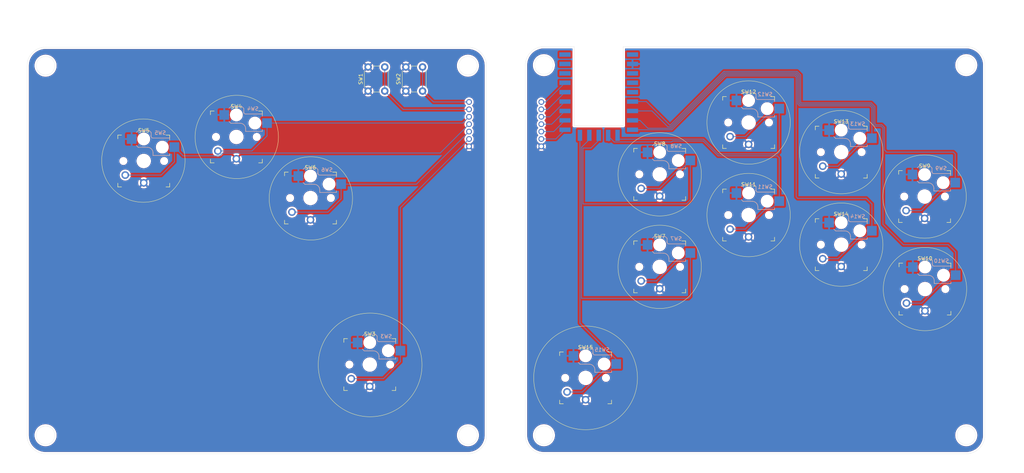
<source format=kicad_pcb>
(kicad_pcb (version 20240108) (generator "pcbnew") (generator_version "8.0")
  (title_block (title "Splatbox - Split leverless Fightstick") (company "F&J LLC.") (comment 1 "By: Jeremiah Bushau") (comment 2 "This is a prototype and learning exercise."))
  (layers (0 "F.Cu" signal) (31 "B.Cu" signal) (34 "B.Paste" user) (35 "F.Paste" user) (36 "B.SilkS" user "B.Silkscreen") (37 "F.SilkS" user "F.Silkscreen") (38 "B.Mask" user) (39 "F.Mask" user) (44 "Edge.Cuts" user))
  (net 0 "")
  (net 6 "s1")
  (net 7 "s2")
  (net 8 "up")
  (net 9 "down")
  (net 10 "right")
  (net 11 "left")
  (net 12 "b1")
  (net 13 "b2")
  (net 14 "r2")
  (net 15 "l2")
  (net 16 "b3")
  (net 17 "b4")
  (net 18 "r1")
  (net 19 "l1")
  (net 20 "l3")
  (net 21 "gnd")
  (footprint "CustomLibrary:ribbon connector" (layer "F.Cu") (at 159.8 118.95)
    (property "Reference" "ribbon_connector1" (hide yes))
    (property "Value" "~")
    (pad "0" thru_hole circle (at 0 -15) (size 1.524 1.524) (drill 1) (layers "*.Cu" "*.Mask") (net 7 "s2"))
    (pad "1" thru_hole circle (at 0 -13) (size 1.524 1.524) (drill 1) (layers "*.Cu" "*.Mask") (net 6 "s1"))
    (pad "2" thru_hole circle (at 0 -11) (size 1.524 1.524) (drill 1) (layers "*.Cu" "*.Mask") (net 9 "down"))
    (pad "3" thru_hole circle (at 0 -9) (size 1.524 1.524) (drill 1) (layers "*.Cu" "*.Mask") (net 10 "right"))
    (pad "4" thru_hole circle (at 0 -7) (size 1.524 1.524) (drill 1) (layers "*.Cu" "*.Mask") (net 11 "left"))
    (pad "5" thru_hole circle (at 0 -5) (size 1.524 1.524) (drill 1) (layers "*.Cu" "*.Mask") (net 8 "up"))
    (pad "6" thru_hole circle (at 0 -3) (size 1.524 1.524) (drill 1) (layers "*.Cu" "*.Mask") (net 21 "gnd"))
  )
  (footprint "key switches:Kailh_socket_PG1350_optional" (layer "F.Cu") (at 133 174.9)
    (property "Reference" "SW3" (at 0 -8.255 0) (layer "F.SilkS"))
    (property "Value" "Switch")
    (fp_text user "${REFERENCE}" (at 4.445 -7.62 0) (layer "B.SilkS") (effects (justify mirror)))
    (pad "" np_thru_hole circle (at -5.5 0) (size 1.7018 1.7018) (drill 1.7018) (layers "*.Cu" "*.Mask"))
    (pad "" np_thru_hole circle (at 0 -5.95) (size 3 3) (drill 3) (layers "*.Cu" "*.Mask"))
    (pad "" np_thru_hole circle (at 0 0) (size 3.429 3.429) (drill 3.429) (layers "*.Cu" "*.Mask"))
    (pad "" np_thru_hole circle (at 5 -3.75) (size 3 3) (drill 3) (layers "*.Cu" "*.Mask"))
    (pad "" np_thru_hole circle (at 5.5 0) (size 1.7018 1.7018) (drill 1.7018) (layers "*.Cu" "*.Mask"))
    (pad "1" smd rect (at -3.275 -5.95) (size 2.6 2.6) (layers "B.Cu" "B.Paste" "B.Mask") (net 21 "gnd"))
    (pad "1" thru_hole circle (at 0 5.9) (size 2.032 2.032) (drill 1.27) (layers "*.Cu" "*.Mask") (net 21 "gnd"))
    (pad "2" thru_hole circle (at -5 3.8) (size 2.032 2.032) (drill 1.27) (layers "*.Cu" "*.Mask") (net 8 "up"))
    (pad "2" smd rect (at 8.275 -3.75) (size 2.6 2.6) (layers "B.Cu" "B.Paste" "B.Mask") (net 8 "up"))
  )
  (footprint "key switches:Kailh_socket_PG1350_optional" (layer "F.Cu") (at 72 119.9)
    (property "Reference" "SW5" (at 0 -8.255 0) (layer "F.SilkS"))
    (property "Value" "Switch")
    (fp_text user "${REFERENCE}" (at 4.445 -7.62 0) (layer "B.SilkS") (effects (justify mirror)))
    (pad "" np_thru_hole circle (at -5.5 0) (size 1.7018 1.7018) (drill 1.7018) (layers "*.Cu" "*.Mask"))
    (pad "" np_thru_hole circle (at 0 -5.95) (size 3 3) (drill 3) (layers "*.Cu" "*.Mask"))
    (pad "" np_thru_hole circle (at 0 0) (size 3.429 3.429) (drill 3.429) (layers "*.Cu" "*.Mask"))
    (pad "" np_thru_hole circle (at 5 -3.75) (size 3 3) (drill 3) (layers "*.Cu" "*.Mask"))
    (pad "" np_thru_hole circle (at 5.5 0) (size 1.7018 1.7018) (drill 1.7018) (layers "*.Cu" "*.Mask"))
    (pad "1" smd rect (at -3.275 -5.95) (size 2.6 2.6) (layers "B.Cu" "B.Paste" "B.Mask") (net 21 "gnd"))
    (pad "1" thru_hole circle (at 0 5.9) (size 2.032 2.032) (drill 1.27) (layers "*.Cu" "*.Mask") (net 21 "gnd"))
    (pad "2" thru_hole circle (at -5 3.8) (size 2.032 2.032) (drill 1.27) (layers "*.Cu" "*.Mask") (net 10 "right"))
    (pad "2" smd rect (at 8.275 -3.75) (size 2.6 2.6) (layers "B.Cu" "B.Paste" "B.Mask") (net 10 "right"))
  )
  (footprint "Button_Switch_THT:SW_PUSH_6mm" (layer "F.Cu") (at 142.748 101 90)
    (property "Reference" "SW2" (at 3.25 -2 90) (layer "F.SilkS"))
    (property "Value" "Switch")
    (pad "1" thru_hole circle (at 0 0 180) (size 2 2) (drill 1.1) (layers "*.Cu" "*.Mask") (net 21 "gnd"))
    (pad "1" thru_hole circle (at 6.5 0 180) (size 2 2) (drill 1.1) (layers "*.Cu" "*.Mask") (net 21 "gnd"))
    (pad "2" thru_hole circle (at 0 4.5 180) (size 2 2) (drill 1.1) (layers "*.Cu" "*.Mask") (net 7 "s2"))
    (pad "2" thru_hole circle (at 6.5 4.5 180) (size 2 2) (drill 1.1) (layers "*.Cu" "*.Mask") (net 7 "s2"))
  )
  (footprint "key switches:Kailh_socket_PG1350_optional" (layer "F.Cu") (at 282.85 154.5)
    (property "Reference" "SW10" (at 0 -8.255 0) (layer "F.SilkS"))
    (property "Value" "Switch")
    (fp_text user "${REFERENCE}" (at 4.445 -7.62 0) (layer "B.SilkS") (effects (justify mirror)))
    (pad "" np_thru_hole circle (at -5.5 0) (size 1.7018 1.7018) (drill 1.7018) (layers "*.Cu" "*.Mask"))
    (pad "" np_thru_hole circle (at 0 -5.95) (size 3 3) (drill 3) (layers "*.Cu" "*.Mask"))
    (pad "" np_thru_hole circle (at 0 0) (size 3.429 3.429) (drill 3.429) (layers "*.Cu" "*.Mask"))
    (pad "" np_thru_hole circle (at 5 -3.75) (size 3 3) (drill 3) (layers "*.Cu" "*.Mask"))
    (pad "" np_thru_hole circle (at 5.5 0) (size 1.7018 1.7018) (drill 1.7018) (layers "*.Cu" "*.Mask"))
    (pad "1" smd rect (at -3.275 -5.95) (size 2.6 2.6) (layers "B.Cu" "B.Paste" "B.Mask") (net 21 "gnd"))
    (pad "1" thru_hole circle (at 0 5.9) (size 2.032 2.032) (drill 1.27) (layers "*.Cu" "*.Mask") (net 21 "gnd"))
    (pad "2" thru_hole circle (at -5 3.8) (size 2.032 2.032) (drill 1.27) (layers "*.Cu" "*.Mask") (net 15 "l2"))
    (pad "2" smd rect (at 8.275 -3.75) (size 2.6 2.6) (layers "B.Cu" "B.Paste" "B.Mask") (net 15 "l2"))
  )
  (footprint "key switches:Kailh_socket_PG1350_optional" (layer "F.Cu") (at 97 113.4)
    (property "Reference" "SW4" (at 0 -8.255 0) (layer "F.SilkS"))
    (property "Value" "Switch")
    (fp_text user "${REFERENCE}" (at 4.445 -7.62 0) (layer "B.SilkS") (effects (justify mirror)))
    (pad "" np_thru_hole circle (at -5.5 0) (size 1.7018 1.7018) (drill 1.7018) (layers "*.Cu" "*.Mask"))
    (pad "" np_thru_hole circle (at 0 -5.95) (size 3 3) (drill 3) (layers "*.Cu" "*.Mask"))
    (pad "" np_thru_hole circle (at 0 0) (size 3.429 3.429) (drill 3.429) (layers "*.Cu" "*.Mask"))
    (pad "" np_thru_hole circle (at 5 -3.75) (size 3 3) (drill 3) (layers "*.Cu" "*.Mask"))
    (pad "" np_thru_hole circle (at 5.5 0) (size 1.7018 1.7018) (drill 1.7018) (layers "*.Cu" "*.Mask"))
    (pad "1" smd rect (at -3.275 -5.95) (size 2.6 2.6) (layers "B.Cu" "B.Paste" "B.Mask") (net 21 "gnd"))
    (pad "1" thru_hole circle (at 0 5.9) (size 2.032 2.032) (drill 1.27) (layers "*.Cu" "*.Mask") (net 21 "gnd"))
    (pad "2" thru_hole circle (at -5 3.8) (size 2.032 2.032) (drill 1.27) (layers "*.Cu" "*.Mask") (net 9 "down"))
    (pad "2" smd rect (at 8.275 -3.75) (size 2.6 2.6) (layers "B.Cu" "B.Paste" "B.Mask") (net 9 "down"))
  )
  (footprint "key switches:Kailh_socket_PG1350_optional" (layer "F.Cu") (at 235.25 109.5)
    (property "Reference" "SW12" (at 0 -8.255 0) (layer "F.SilkS"))
    (property "Value" "Switch")
    (fp_text user "${REFERENCE}" (at 4.445 -7.62 0) (layer "B.SilkS") (effects (justify mirror)))
    (pad "" np_thru_hole circle (at -5.5 0) (size 1.7018 1.7018) (drill 1.7018) (layers "*.Cu" "*.Mask"))
    (pad "" np_thru_hole circle (at 0 -5.95) (size 3 3) (drill 3) (layers "*.Cu" "*.Mask"))
    (pad "" np_thru_hole circle (at 0 0) (size 3.429 3.429) (drill 3.429) (layers "*.Cu" "*.Mask"))
    (pad "" np_thru_hole circle (at 5 -3.75) (size 3 3) (drill 3) (layers "*.Cu" "*.Mask"))
    (pad "" np_thru_hole circle (at 5.5 0) (size 1.7018 1.7018) (drill 1.7018) (layers "*.Cu" "*.Mask"))
    (pad "1" smd rect (at -3.275 -5.95) (size 2.6 2.6) (layers "B.Cu" "B.Paste" "B.Mask") (net 21 "gnd"))
    (pad "1" thru_hole circle (at 0 5.9) (size 2.032 2.032) (drill 1.27) (layers "*.Cu" "*.Mask") (net 21 "gnd"))
    (pad "2" thru_hole circle (at -5 3.8) (size 2.032 2.032) (drill 1.27) (layers "*.Cu" "*.Mask") (net 17 "b4"))
    (pad "2" smd rect (at 8.275 -3.75) (size 2.6 2.6) (layers "B.Cu" "B.Paste" "B.Mask") (net 17 "b4"))
  )
  (footprint "CustomLibrary:ribbon connector" (layer "F.Cu") (at 179.3 118.95)
    (property "Reference" "ribbon_connector3" (hide yes))
    (property "Value" "~")
    (pad "0" thru_hole circle (at 0 -15) (size 1.524 1.524) (drill 1) (layers "*.Cu" "*.Mask") (net 7 "s2"))
    (pad "1" thru_hole circle (at 0 -13) (size 1.524 1.524) (drill 1) (layers "*.Cu" "*.Mask") (net 6 "s1"))
    (pad "2" thru_hole circle (at 0 -11) (size 1.524 1.524) (drill 1) (layers "*.Cu" "*.Mask") (net 9 "down"))
    (pad "3" thru_hole circle (at 0 -9) (size 1.524 1.524) (drill 1) (layers "*.Cu" "*.Mask") (net 10 "right"))
    (pad "4" thru_hole circle (at 0 -7) (size 1.524 1.524) (drill 1) (layers "*.Cu" "*.Mask") (net 11 "left"))
    (pad "5" thru_hole circle (at 0 -5) (size 1.524 1.524) (drill 1) (layers "*.Cu" "*.Mask") (net 8 "up"))
    (pad "6" thru_hole circle (at 0 -3) (size 1.524 1.524) (drill 1) (layers "*.Cu" "*.Mask") (net 21 "gnd"))
  )
  (footprint "key switches:Kailh_socket_PG1350_optional" (layer "F.Cu") (at 260.25 117.5)
    (property "Reference" "SW13" (at 0 -8.255 0) (layer "F.SilkS"))
    (property "Value" "Switch")
    (fp_text user "${REFERENCE}" (at 4.445 -7.62 0) (layer "B.SilkS") (effects (justify mirror)))
    (pad "" np_thru_hole circle (at -5.5 0) (size 1.7018 1.7018) (drill 1.7018) (layers "*.Cu" "*.Mask"))
    (pad "" np_thru_hole circle (at 0 -5.95) (size 3 3) (drill 3) (layers "*.Cu" "*.Mask"))
    (pad "" np_thru_hole circle (at 0 0) (size 3.429 3.429) (drill 3.429) (layers "*.Cu" "*.Mask"))
    (pad "" np_thru_hole circle (at 5 -3.75) (size 3 3) (drill 3) (layers "*.Cu" "*.Mask"))
    (pad "" np_thru_hole circle (at 5.5 0) (size 1.7018 1.7018) (drill 1.7018) (layers "*.Cu" "*.Mask"))
    (pad "1" smd rect (at -3.275 -5.95) (size 2.6 2.6) (layers "B.Cu" "B.Paste" "B.Mask") (net 21 "gnd"))
    (pad "1" thru_hole circle (at 0 5.9) (size 2.032 2.032) (drill 1.27) (layers "*.Cu" "*.Mask") (net 21 "gnd"))
    (pad "2" thru_hole circle (at -5 3.8) (size 2.032 2.032) (drill 1.27) (layers "*.Cu" "*.Mask") (net 18 "r1"))
    (pad "2" smd rect (at 8.275 -3.75) (size 2.6 2.6) (layers "B.Cu" "B.Paste" "B.Mask") (net 18 "r1"))
  )
  (footprint "key switches:Kailh_socket_PG1350_optional" (layer "F.Cu") (at 235.25 134.5)
    (property "Reference" "SW11" (at 0 -8.255 0) (layer "F.SilkS"))
    (property "Value" "Switch")
    (fp_text user "${REFERENCE}" (at 4.445 -7.62 0) (layer "B.SilkS") (effects (justify mirror)))
    (pad "" np_thru_hole circle (at -5.5 0) (size 1.7018 1.7018) (drill 1.7018) (layers "*.Cu" "*.Mask"))
    (pad "" np_thru_hole circle (at 0 -5.95) (size 3 3) (drill 3) (layers "*.Cu" "*.Mask"))
    (pad "" np_thru_hole circle (at 0 0) (size 3.429 3.429) (drill 3.429) (layers "*.Cu" "*.Mask"))
    (pad "" np_thru_hole circle (at 5 -3.75) (size 3 3) (drill 3) (layers "*.Cu" "*.Mask"))
    (pad "" np_thru_hole circle (at 5.5 0) (size 1.7018 1.7018) (drill 1.7018) (layers "*.Cu" "*.Mask"))
    (pad "1" smd rect (at -3.275 -5.95) (size 2.6 2.6) (layers "B.Cu" "B.Paste" "B.Mask") (net 21 "gnd"))
    (pad "1" thru_hole circle (at 0 5.9) (size 2.032 2.032) (drill 1.27) (layers "*.Cu" "*.Mask") (net 21 "gnd"))
    (pad "2" thru_hole circle (at -5 3.8) (size 2.032 2.032) (drill 1.27) (layers "*.Cu" "*.Mask") (net 16 "b3"))
    (pad "2" smd rect (at 8.275 -3.75) (size 2.6 2.6) (layers "B.Cu" "B.Paste" "B.Mask") (net 16 "b3"))
  )
  (footprint "key switches:Kailh_socket_PG1350_optional" (layer "F.Cu") (at 260.25 142.5)
    (property "Reference" "SW14" (at 0 -8.255 0) (layer "F.SilkS"))
    (property "Value" "Switch")
    (fp_text user "${REFERENCE}" (at 4.445 -7.62 0) (layer "B.SilkS") (effects (justify mirror)))
    (pad "" np_thru_hole circle (at -5.5 0) (size 1.7018 1.7018) (drill 1.7018) (layers "*.Cu" "*.Mask"))
    (pad "" np_thru_hole circle (at 0 -5.95) (size 3 3) (drill 3) (layers "*.Cu" "*.Mask"))
    (pad "" np_thru_hole circle (at 0 0) (size 3.429 3.429) (drill 3.429) (layers "*.Cu" "*.Mask"))
    (pad "" np_thru_hole circle (at 5 -3.75) (size 3 3) (drill 3) (layers "*.Cu" "*.Mask"))
    (pad "" np_thru_hole circle (at 5.5 0) (size 1.7018 1.7018) (drill 1.7018) (layers "*.Cu" "*.Mask"))
    (pad "1" smd rect (at -3.275 -5.95) (size 2.6 2.6) (layers "B.Cu" "B.Paste" "B.Mask") (net 21 "gnd"))
    (pad "1" thru_hole circle (at 0 5.9) (size 2.032 2.032) (drill 1.27) (layers "*.Cu" "*.Mask") (net 21 "gnd"))
    (pad "2" thru_hole circle (at -5 3.8) (size 2.032 2.032) (drill 1.27) (layers "*.Cu" "*.Mask") (net 19 "l1"))
    (pad "2" smd rect (at 8.275 -3.75) (size 2.6 2.6) (layers "B.Cu" "B.Paste" "B.Mask") (net 19 "l1"))
  )
  (footprint "RP2040:RP2040-Zero" (layer "F.Cu") (at 194.8 101.3 -90)
    (property "Reference" "U1")
    (property "Value" "RP2040-Zero")
    (pad "0" smd rect (at -10.16 9.12 270) (size 1.2 3) (layers "B.Cu" "B.Paste" "B.Mask"))
    (pad "1" smd rect (at -7.62 9.12 270) (size 1.2 3) (layers "B.Cu" "B.Paste" "B.Mask"))
    (pad "2" smd rect (at -5.08 9.12 270) (size 1.2 3) (layers "B.Cu" "B.Paste" "B.Mask"))
    (pad "3" smd rect (at -2.54 9.12 270) (size 1.2 3) (layers "B.Cu" "B.Paste" "B.Mask") (net 7 "s2"))
    (pad "3v3" smd rect (at -5.08 -9.12 270) (size 1.2 3) (layers "B.Cu" "B.Paste" "B.Mask"))
    (pad "4" smd rect (at 0 9.12 270) (size 1.2 3) (layers "B.Cu" "B.Paste" "B.Mask") (net 6 "s1"))
    (pad "5" smd rect (at 2.54 9.12 270) (size 1.2 3) (layers "B.Cu" "B.Paste" "B.Mask") (net 9 "down"))
    (pad "5v" smd rect (at -10.16 -9.12 270) (size 1.2 3) (layers "B.Cu" "B.Paste" "B.Mask"))
    (pad "6" smd rect (at 5.08 9.12 270) (size 1.2 3) (layers "B.Cu" "B.Paste" "B.Mask") (net 10 "right"))
    (pad "7" smd rect (at 7.62 9.12 270) (size 1.2 3) (layers "B.Cu" "B.Paste" "B.Mask") (net 11 "left"))
    (pad "8" smd rect (at 10.16 9.12 270) (size 1.2 3) (layers "B.Cu" "B.Paste" "B.Mask") (net 8 "up"))
    (pad "9" smd rect (at 11.66 5.08 180) (size 1.2 3) (layers "B.Cu" "B.Paste" "B.Mask") (net 20 "l3"))
    (pad "10" smd rect (at 11.66 2.54 180) (size 1.2 3) (layers "B.Cu" "B.Paste" "B.Mask") (net 12 "b1"))
    (pad "11" smd rect (at 11.66 0 180) (size 1.2 3) (layers "B.Cu" "B.Paste" "B.Mask") (net 13 "b2"))
    (pad "12" smd rect (at 11.66 -2.54 180) (size 1.2 3) (layers "B.Cu" "B.Paste" "B.Mask") (net 16 "b3"))
    (pad "13" smd rect (at 11.66 -5.08 180) (size 1.2 3) (layers "B.Cu" "B.Paste" "B.Mask") (net 17 "b4"))
    (pad "14" smd rect (at 10.16 -9.12 270) (size 1.2 3) (layers "B.Cu" "B.Paste" "B.Mask") (net 19 "l1"))
    (pad "15" smd rect (at 7.62 -9.12 270) (size 1.2 3) (layers "B.Cu" "B.Paste" "B.Mask") (net 18 "r1"))
    (pad "26" smd rect (at 5.08 -9.12 270) (size 1.2 3) (layers "B.Cu" "B.Paste" "B.Mask") (net 15 "l2"))
    (pad "27" smd rect (at 2.54 -9.12 270) (size 1.2 3) (layers "B.Cu" "B.Paste" "B.Mask") (net 14 "r2"))
    (pad "28" smd rect (at 0 -9.12 270) (size 1.2 3) (layers "B.Cu" "B.Paste" "B.Mask"))
    (pad "29" smd rect (at -2.54 -9.12 270) (size 1.2 3) (layers "B.Cu" "B.Paste" "B.Mask"))
    (pad "GND" smd rect (at -7.62 -9.12 270) (size 1.2 3) (layers "B.Cu" "B.Paste" "B.Mask") (net 21 "gnd"))
  )
  (footprint "key switches:Kailh_socket_PG1350_optional" (layer "F.Cu") (at 211.25 148.5)
    (property "Reference" "SW7" (at 0 -8.255 0) (layer "F.SilkS"))
    (property "Value" "Switch")
    (fp_text user "${REFERENCE}" (at 4.445 -7.62 0) (layer "B.SilkS") (effects (justify mirror)))
    (pad "" np_thru_hole circle (at -5.5 0) (size 1.7018 1.7018) (drill 1.7018) (layers "*.Cu" "*.Mask"))
    (pad "" np_thru_hole circle (at 0 -5.95) (size 3 3) (drill 3) (layers "*.Cu" "*.Mask"))
    (pad "" np_thru_hole circle (at 0 0) (size 3.429 3.429) (drill 3.429) (layers "*.Cu" "*.Mask"))
    (pad "" np_thru_hole circle (at 5 -3.75) (size 3 3) (drill 3) (layers "*.Cu" "*.Mask"))
    (pad "" np_thru_hole circle (at 5.5 0) (size 1.7018 1.7018) (drill 1.7018) (layers "*.Cu" "*.Mask"))
    (pad "1" smd rect (at -3.275 -5.95) (size 2.6 2.6) (layers "B.Cu" "B.Paste" "B.Mask") (net 21 "gnd"))
    (pad "1" thru_hole circle (at 0 5.9) (size 2.032 2.032) (drill 1.27) (layers "*.Cu" "*.Mask") (net 21 "gnd"))
    (pad "2" thru_hole circle (at -5 3.8) (size 2.032 2.032) (drill 1.27) (layers "*.Cu" "*.Mask") (net 12 "b1"))
    (pad "2" smd rect (at 8.275 -3.75) (size 2.6 2.6) (layers "B.Cu" "B.Paste" "B.Mask") (net 12 "b1"))
  )
  (footprint "Button_Switch_THT:SW_PUSH_6mm" (layer "F.Cu") (at 132.55 101 90)
    (property "Reference" "SW1" (at 3.25 -2 90) (layer "F.SilkS"))
    (property "Value" "Switch")
    (pad "1" thru_hole circle (at 0 0 180) (size 2 2) (drill 1.1) (layers "*.Cu" "*.Mask") (net 21 "gnd"))
    (pad "1" thru_hole circle (at 6.5 0 180) (size 2 2) (drill 1.1) (layers "*.Cu" "*.Mask") (net 21 "gnd"))
    (pad "2" thru_hole circle (at 0 4.5 180) (size 2 2) (drill 1.1) (layers "*.Cu" "*.Mask") (net 6 "s1"))
    (pad "2" thru_hole circle (at 6.5 4.5 180) (size 2 2) (drill 1.1) (layers "*.Cu" "*.Mask") (net 6 "s1"))
  )
  (footprint "key switches:Kailh_socket_PG1350_optional" (layer "F.Cu") (at 211.25 123.5)
    (property "Reference" "SW8" (at 0 -8.255 0) (layer "F.SilkS"))
    (property "Value" "Switch")
    (fp_text user "${REFERENCE}" (at 4.445 -7.62 0) (layer "B.SilkS") (effects (justify mirror)))
    (pad "" np_thru_hole circle (at -5.5 0) (size 1.7018 1.7018) (drill 1.7018) (layers "*.Cu" "*.Mask"))
    (pad "" np_thru_hole circle (at 0 -5.95) (size 3 3) (drill 3) (layers "*.Cu" "*.Mask"))
    (pad "" np_thru_hole circle (at 0 0) (size 3.429 3.429) (drill 3.429) (layers "*.Cu" "*.Mask"))
    (pad "" np_thru_hole circle (at 5 -3.75) (size 3 3) (drill 3) (layers "*.Cu" "*.Mask"))
    (pad "" np_thru_hole circle (at 5.5 0) (size 1.7018 1.7018) (drill 1.7018) (layers "*.Cu" "*.Mask"))
    (pad "1" smd rect (at -3.275 -5.95) (size 2.6 2.6) (layers "B.Cu" "B.Paste" "B.Mask") (net 21 "gnd"))
    (pad "1" thru_hole circle (at 0 5.9) (size 2.032 2.032) (drill 1.27) (layers "*.Cu" "*.Mask") (net 21 "gnd"))
    (pad "2" thru_hole circle (at -5 3.8) (size 2.032 2.032) (drill 1.27) (layers "*.Cu" "*.Mask") (net 13 "b2"))
    (pad "2" smd rect (at 8.275 -3.75) (size 2.6 2.6) (layers "B.Cu" "B.Paste" "B.Mask") (net 13 "b2"))
  )
  (footprint "key switches:Kailh_socket_PG1350_optional" (layer "F.Cu") (at 117 129.9)
    (property "Reference" "SW6" (at 0 -8.255 0) (layer "F.SilkS"))
    (property "Value" "Switch")
    (fp_text user "${REFERENCE}" (at 4.445 -7.62 0) (layer "B.SilkS") (effects (justify mirror)))
    (pad "" np_thru_hole circle (at -5.5 0) (size 1.7018 1.7018) (drill 1.7018) (layers "*.Cu" "*.Mask"))
    (pad "" np_thru_hole circle (at 0 -5.95) (size 3 3) (drill 3) (layers "*.Cu" "*.Mask"))
    (pad "" np_thru_hole circle (at 0 0) (size 3.429 3.429) (drill 3.429) (layers "*.Cu" "*.Mask"))
    (pad "" np_thru_hole circle (at 5 -3.75) (size 3 3) (drill 3) (layers "*.Cu" "*.Mask"))
    (pad "" np_thru_hole circle (at 5.5 0) (size 1.7018 1.7018) (drill 1.7018) (layers "*.Cu" "*.Mask"))
    (pad "1" smd rect (at -3.275 -5.95) (size 2.6 2.6) (layers "B.Cu" "B.Paste" "B.Mask") (net 21 "gnd"))
    (pad "1" thru_hole circle (at 0 5.9) (size 2.032 2.032) (drill 1.27) (layers "*.Cu" "*.Mask") (net 21 "gnd"))
    (pad "2" thru_hole circle (at -5 3.8) (size 2.032 2.032) (drill 1.27) (layers "*.Cu" "*.Mask") (net 11 "left"))
    (pad "2" smd rect (at 8.275 -3.75) (size 2.6 2.6) (layers "B.Cu" "B.Paste" "B.Mask") (net 11 "left"))
  )
  (footprint "key switches:Kailh_socket_PG1350_optional" (layer "F.Cu") (at 282.75 129.5)
    (property "Reference" "SW9" (at 0 -8.255 0) (layer "F.SilkS"))
    (property "Value" "Switch")
    (fp_text user "${REFERENCE}" (at 4.445 -7.62 0) (layer "B.SilkS") (effects (justify mirror)))
    (pad "" np_thru_hole circle (at -5.5 0) (size 1.7018 1.7018) (drill 1.7018) (layers "*.Cu" "*.Mask"))
    (pad "" np_thru_hole circle (at 0 -5.95) (size 3 3) (drill 3) (layers "*.Cu" "*.Mask"))
    (pad "" np_thru_hole circle (at 0 0) (size 3.429 3.429) (drill 3.429) (layers "*.Cu" "*.Mask"))
    (pad "" np_thru_hole circle (at 5 -3.75) (size 3 3) (drill 3) (layers "*.Cu" "*.Mask"))
    (pad "" np_thru_hole circle (at 5.5 0) (size 1.7018 1.7018) (drill 1.7018) (layers "*.Cu" "*.Mask"))
    (pad "1" smd rect (at -3.275 -5.95) (size 2.6 2.6) (layers "B.Cu" "B.Paste" "B.Mask") (net 21 "gnd"))
    (pad "1" thru_hole circle (at 0 5.9) (size 2.032 2.032) (drill 1.27) (layers "*.Cu" "*.Mask") (net 21 "gnd"))
    (pad "2" thru_hole circle (at -5 3.8) (size 2.032 2.032) (drill 1.27) (layers "*.Cu" "*.Mask") (net 14 "r2"))
    (pad "2" smd rect (at 8.275 -3.75) (size 2.6 2.6) (layers "B.Cu" "B.Paste" "B.Mask") (net 14 "r2"))
  )
  (footprint "key switches:Kailh_socket_PG1350_optional" (layer "F.Cu") (at 191.25 178.5)
    (property "Reference" "SW15" (at 0 -8.255 0) (layer "F.SilkS"))
    (property "Value" "Switch")
    (fp_text user "${REFERENCE}" (at 4.445 -7.62 0) (layer "B.SilkS") (effects (justify mirror)))
    (pad "" np_thru_hole circle (at -5.5 0) (size 1.7018 1.7018) (drill 1.7018) (layers "*.Cu" "*.Mask"))
    (pad "" np_thru_hole circle (at 0 -5.95) (size 3 3) (drill 3) (layers "*.Cu" "*.Mask"))
    (pad "" np_thru_hole circle (at 0 0) (size 3.429 3.429) (drill 3.429) (layers "*.Cu" "*.Mask"))
    (pad "" np_thru_hole circle (at 5 -3.75) (size 3 3) (drill 3) (layers "*.Cu" "*.Mask"))
    (pad "" np_thru_hole circle (at 5.5 0) (size 1.7018 1.7018) (drill 1.7018) (layers "*.Cu" "*.Mask"))
    (pad "1" smd rect (at -3.275 -5.95) (size 2.6 2.6) (layers "B.Cu" "B.Paste" "B.Mask") (net 21 "gnd"))
    (pad "1" thru_hole circle (at 0 5.9) (size 2.032 2.032) (drill 1.27) (layers "*.Cu" "*.Mask") (net 21 "gnd"))
    (pad "2" thru_hole circle (at -5 3.8) (size 2.032 2.032) (drill 1.27) (layers "*.Cu" "*.Mask") (net 20 "l3"))
    (pad "2" smd rect (at 8.275 -3.75) (size 2.6 2.6) (layers "B.Cu" "B.Paste" "B.Mask") (net 20 "l3"))
  )
  (gr_circle (center 260.25 117.5) (end 271.5 117.5) (stroke (width 0.1)) (fill none) (layer "F.SilkS"))
  (gr_circle (center 133.1 175) (end 147.1 175) (stroke (width 0.1)) (fill none) (layer "F.SilkS"))
  (gr_circle (center 260.25 142.5) (end 271.5 142.5) (stroke (width 0.1)) (fill none) (layer "F.SilkS"))
  (gr_circle (center 117.1 130) (end 128.35 130) (stroke (width 0.1)) (fill none) (layer "F.SilkS"))
  (gr_circle (center 211.25 148.5) (end 222.5 148.5) (stroke (width 0.1)) (fill none) (layer "F.SilkS"))
  (gr_circle (center 211.25 123.5) (end 222.5 123.5) (stroke (width 0.1)) (fill none) (layer "F.SilkS"))
  (gr_circle (center 71.9 119.8) (end 83.15 119.8) (stroke (width 0.1)) (fill none) (layer "F.SilkS"))
  (gr_circle (center 235.25 134.5) (end 246.5 134.5) (stroke (width 0.1)) (fill none) (layer "F.SilkS"))
  (gr_circle (center 282.85 154.5) (end 294.1 154.5) (stroke (width 0.1)) (fill none) (layer "F.SilkS"))
  (gr_circle (center 235.25 109.5) (end 246.5 109.5) (stroke (width 0.1)) (fill none) (layer "F.SilkS"))
  (gr_circle (center 97.1 113.4) (end 108.35 113.4) (stroke (width 0.1)) (fill none) (layer "F.SilkS"))
  (gr_circle (center 191.25 178.5) (end 205.25 178.5) (stroke (width 0.1)) (fill none) (layer "F.SilkS"))
  (gr_circle (center 282.75 129.5) (end 294 129.5) (stroke (width 0.1)) (fill none) (layer "F.SilkS"))
  (gr_line (start 40.5 94.15) (end 40.5 194) (stroke (width 0.05)) (layer "Edge.Cuts"))
  (gr_circle (center 159.5 194) (end 162 194) (stroke (width 0.05)) (fill none) (layer "Edge.Cuts"))
  (gr_line (start 299 194) (end 299 94) (stroke (width 0.05)) (layer "Edge.Cuts"))
  (gr_line (start 175 94) (end 175 194) (stroke (width 0.05)) (layer "Edge.Cuts"))
  (gr_line (start 201.4 89) (end 294 89) (stroke (width 0.05)) (layer "Edge.Cuts"))
  (gr_circle (center 180 194) (end 182.5 194) (stroke (width 0.05)) (fill none) (layer "Edge.Cuts"))
  (gr_arc (start 180 199) (mid 176.464466 197.535534) (end 175 194) (stroke (width 0.05)) (layer "Edge.Cuts"))
  (gr_line (start 180 199) (end 294 199) (stroke (width 0.05)) (layer "Edge.Cuts"))
  (gr_circle (center 45.5 94.15) (end 48 94.15) (stroke (width 0.05)) (fill none) (layer "Edge.Cuts"))
  (gr_circle (center 294 94) (end 296.5 94) (stroke (width 0.05)) (fill none) (layer "Edge.Cuts"))
  (gr_arc (start 175 94) (mid 176.464466 90.464466) (end 180 89) (stroke (width 0.05)) (layer "Edge.Cuts"))
  (gr_line (start 45.5 199) (end 159.5 199) (stroke (width 0.05)) (layer "Edge.Cuts"))
  (gr_line (start 201.4 110.35) (end 201.4 89) (stroke (width 0.05)) (layer "Edge.Cuts"))
  (gr_line (start 188.2 110.35) (end 201.4 110.35) (stroke (width 0.05)) (layer "Edge.Cuts"))
  (gr_arc (start 45.5 199) (mid 41.964466 197.535534) (end 40.5 194) (stroke (width 0.05)) (layer "Edge.Cuts"))
  (gr_line (start 188.2 89) (end 188.2 110.35) (stroke (width 0.05)) (layer "Edge.Cuts"))
  (gr_arc (start 294 89) (mid 297.535534 90.464466) (end 299 94) (stroke (width 0.05)) (layer "Edge.Cuts"))
  (gr_line (start 159.5 89.15) (end 45.5 89.15) (stroke (width 0.05)) (layer "Edge.Cuts"))
  (gr_arc (start 299 194) (mid 297.535534 197.535534) (end 294 199) (stroke (width 0.05)) (layer "Edge.Cuts"))
  (gr_circle (center 294 194) (end 296.5 194) (stroke (width 0.05)) (fill none) (layer "Edge.Cuts"))
  (gr_line (start 188.2 89) (end 180 89) (stroke (width 0.05)) (layer "Edge.Cuts"))
  (gr_arc (start 164.5 194) (mid 163.035534 197.535534) (end 159.5 199) (stroke (width 0.05)) (layer "Edge.Cuts"))
  (gr_circle (center 180 94) (end 182.5 94) (stroke (width 0.05)) (fill none) (layer "Edge.Cuts"))
  (gr_arc (start 159.5 89.15) (mid 163.035534 90.614466) (end 164.5 94.15) (stroke (width 0.05)) (layer "Edge.Cuts"))
  (gr_circle (center 45.5 194) (end 48 194) (stroke (width 0.05)) (fill none) (layer "Edge.Cuts"))
  (gr_circle (center 159.5 94.15) (end 162 94.15) (stroke (width 0.05)) (fill none) (layer "Edge.Cuts"))
  (gr_line (start 164.5 194) (end 164.5 94.15) (stroke (width 0.05)) (layer "Edge.Cuts"))
  (gr_arc (start 40.5 94.15) (mid 41.964466 90.614466) (end 45.5 89.15) (stroke (width 0.05)) (layer "Edge.Cuts"))
  (segment (start 159.8 105.95) (end 142 105.95) (width 0.2) (layer "B.Cu") (net 6))
  (segment (start 137.05 101) (end 137.05 94.5) (width 0.2) (layer "B.Cu") (net 6))
  (segment (start 181.03 105.95) (end 185.68 101.3) (width 0.2) (layer "B.Cu") (net 6))
  (segment (start 142 105.95) (end 137.05 101) (width 0.2) (layer "B.Cu") (net 6))
  (segment (start 179.3 105.95) (end 181.03 105.95) (width 0.2) (layer "B.Cu") (net 6))
  (segment (start 147.248 101) (end 147.248 94.5) (width 0.2) (layer "B.Cu") (net 7))
  (segment (start 159.8 103.95) (end 150.198 103.95) (width 0.2) (layer "B.Cu") (net 7))
  (segment (start 180.49 103.95) (end 185.68 98.76) (width 0.2) (layer "B.Cu") (net 7))
  (segment (start 179.3 103.95) (end 180.49 103.95) (width 0.2) (layer "B.Cu") (net 7))
  (segment (start 150.198 103.95) (end 147.248 101) (width 0.2) (layer "B.Cu") (net 7))
  (segment (start 179.3 113.95) (end 183.19 113.95) (width 0.2) (layer "B.Cu") (net 8))
  (segment (start 128 178.7) (end 136.7 178.7) (width 0.2) (layer "B.Cu") (net 8))
  (segment (start 136.7 178.7) (end 141.275 174.125) (width 0.2) (layer "B.Cu") (net 8))
  (segment (start 141.275 174.125) (end 141.275 171.15) (width 0.2) (layer "B.Cu") (net 8))
  (segment (start 141.275 171.15) (end 141.275 132.475) (width 0.2) (layer "B.Cu") (net 8))
  (segment (start 141.275 132.475) (end 159.8 113.95) (width 0.2) (layer "B.Cu") (net 8))
  (segment (start 183.19 113.95) (end 185.68 111.46) (width 0.2) (layer "B.Cu") (net 8))
  (segment (start 92 117.2) (end 101.2 117.2) (width 0.2) (layer "B.Cu") (net 9))
  (segment (start 101.2 117.2) (end 105.275 113.125) (width 0.2) (layer "B.Cu") (net 9))
  (segment (start 105.275 109.65) (end 158.1 109.65) (width 0.2) (layer "B.Cu") (net 9))
  (segment (start 181.57 107.95) (end 185.68 103.84) (width 0.2) (layer "B.Cu") (net 9))
  (segment (start 105.275 113.125) (end 105.275 109.65) (width 0.2) (layer "B.Cu") (net 9))
  (segment (start 179.3 107.95) (end 181.57 107.95) (width 0.2) (layer "B.Cu") (net 9))
  (segment (start 158.1 109.65) (end 159.8 107.95) (width 0.2) (layer "B.Cu") (net 9))
  (segment (start 80.275 116.15) (end 82.641 118.516) (width 0.2) (layer "B.Cu") (net 10))
  (segment (start 67 123.7) (end 76.7 123.7) (width 0.2) (layer "B.Cu") (net 10))
  (segment (start 82.641 118.516) (end 92.545106 118.516) (width 0.2) (layer "B.Cu") (net 10))
  (segment (start 152.004894 117.745106) (end 159.8 109.95) (width 0.2) (layer "B.Cu") (net 10))
  (segment (start 182.11 109.95) (end 185.68 106.38) (width 0.2) (layer "B.Cu") (net 10))
  (segment (start 92.545106 118.516) (end 93.316 117.745106) (width 0.2) (layer "B.Cu") (net 10))
  (segment (start 93.316 117.745106) (end 152.004894 117.745106) (width 0.2) (layer "B.Cu") (net 10))
  (segment (start 76.7 123.7) (end 80.275 120.125) (width 0.2) (layer "B.Cu") (net 10))
  (segment (start 179.3 109.95) (end 182.11 109.95) (width 0.2) (layer "B.Cu") (net 10))
  (segment (start 80.275 120.125) (end 80.275 116.15) (width 0.2) (layer "B.Cu") (net 10))
  (segment (start 125.275 126.15) (end 145.6 126.15) (width 0.2) (layer "B.Cu") (net 11))
  (segment (start 112 133.7) (end 121.7 133.7) (width 0.2) (layer "B.Cu") (net 11))
  (segment (start 121.7 133.7) (end 125.275 130.125) (width 0.2) (layer "B.Cu") (net 11))
  (segment (start 182.65 111.95) (end 185.68 108.92) (width 0.2) (layer "B.Cu") (net 11))
  (segment (start 145.6 126.15) (end 159.8 111.95) (width 0.2) (layer "B.Cu") (net 11))
  (segment (start 179.3 111.95) (end 182.65 111.95) (width 0.2) (layer "B.Cu") (net 11))
  (segment (start 125.275 130.125) (end 125.275 126.15) (width 0.2) (layer "B.Cu") (net 11))
  (segment (start 210.369644 152.3) (end 206.25 152.3) (width 0.2) (layer "B.Cu") (net 12))
  (segment (start 190.12 116.234314) (end 192.26 114.094314) (width 0.2) (layer "B.Cu") (net 12))
  (segment (start 217.675 146.6) (end 216.069644 146.6) (width 0.2) (layer "B.Cu") (net 12))
  (segment (start 190.12 157) (end 219 157) (width 0.2) (layer "B.Cu") (net 12))
  (segment (start 192.26 111.96) (end 192.26 114.094314) (width 0.2) (layer "B.Cu") (net 12))
  (segment (start 216.069644 146.6) (end 210.369644 152.3) (width 0.2) (layer "B.Cu") (net 12))
  (segment (start 219.525 156.475) (end 219.525 144.75) (width 0.2) (layer "B.Cu") (net 12))
  (segment (start 219.525 144.75) (end 217.675 146.6) (width 0.2) (layer "B.Cu") (net 12))
  (segment (start 190.12 116.234314) (end 190.12 157) (width 0.2) (layer "B.Cu") (net 12))
  (segment (start 219 157) (end 219.525 156.475) (width 0.2) (layer "B.Cu") (net 12))
  (segment (start 192.7 116.4) (end 194.8 114.3) (width 0.2) (layer "B.Cu") (net 13))
  (segment (start 219.525 119.75) (end 219.525 130.475) (width 0.2) (layer "B.Cu") (net 13))
  (segment (start 190.52 131.5) (end 190.52 116.4) (width 0.2) (layer "B.Cu") (net 13))
  (segment (start 218.5 131.5) (end 190.52 131.5) (width 0.2) (layer "B.Cu") (net 13))
  (segment (start 194.8 114.3) (end 194.8 112.12) (width 0.2) (layer "B.Cu") (net 13))
  (segment (start 216.252571 122.2991) (end 211.251671 127.3) (width 0.2) (layer "B.Cu") (net 13))
  (segment (start 211.251671 127.3) (end 206.25 127.3) (width 0.2) (layer "B.Cu") (net 13))
  (segment (start 190.52 116.4) (end 192.7 116.4) (width 0.2) (layer "B.Cu") (net 13))
  (segment (start 219.525 119.75) (end 216.9759 122.2991) (width 0.2) (layer "B.Cu") (net 13))
  (segment (start 216.9759 122.2991) (end 216.252571 122.2991) (width 0.2) (layer "B.Cu") (net 13))
  (segment (start 219.525 130.475) (end 218.5 131.5) (width 0.2) (layer "B.Cu") (net 13))
  (segment (start 272.5 117.5) (end 290.5 117.5) (width 0.2) (layer "B.Cu") (net 14))
  (segment (start 228.602942 95.700001) (end 228.602944 95.7) (width 0.2) (layer "B.Cu") (net 14))
  (segment (start 228.134314 96.16863) (end 228.368628 95.934315) (width 0.2) (layer "B.Cu") (net 14))
  (segment (start 271.9 110.834314) (end 271.9 116.9) (width 0.2) (layer "B.Cu") (net 14))
  (segment (start 281.869644 133.3) (end 277.75 133.3) (width 0.2) (layer "B.Cu") (net 14))
  (segment (start 214.042944 110.26) (end 207.622944 103.84) (width 0.2) (layer "B.Cu") (net 14))
  (segment (start 228.368628 95.934315) (end 228.602942 95.700001) (width 0.2) (layer "B.Cu") (net 14))
  (segment (start 271.165686 110.1) (end 271.9 110.834314) (width 0.2) (layer "B.Cu") (net 14))
  (segment (start 269.325 105.168628) (end 269.325 109.825) (width 0.2) (layer "B.Cu") (net 14))
  (segment (start 207.622944 103.84) (end 203.92 103.84) (width 0.2) (layer "B.Cu") (net 14))
  (segment (start 287.569644 127.6) (end 281.869644 133.3) (width 0.2) (layer "B.Cu") (net 14))
  (segment (start 289.175 127.6) (end 287.569644 127.6) (width 0.2) (layer "B.Cu") (net 14))
  (segment (start 271.9 116.9) (end 272.5 117.5) (width 0.2) (layer "B.Cu") (net 14))
  (segment (start 269.325 109.825) (end 269.6 110.1) (width 0.2) (layer "B.Cu") (net 14))
  (segment (start 249.3 96.668628) (end 249.3 104.168628) (width 0.2) (layer "B.Cu") (net 14))
  (segment (start 228.602944 95.7) (end 248.331372 95.7) (width 0.2) (layer "B.Cu") (net 14))
  (segment (start 248.331372 95.7) (end 249.3 96.668628) (width 0.2) (layer "B.Cu") (net 14))
  (segment (start 249.3 104.168628) (end 249.331372 104.2) (width 0.2) (layer "B.Cu") (net 14))
  (segment (start 269.6 110.1) (end 271.165686 110.1) (width 0.2) (layer "B.Cu") (net 14))
  (segment (start 291.025 118.025) (end 291.025 125.75) (width 0.2) (layer "B.Cu") (net 14))
  (segment (start 290.5 117.5) (end 291.025 118.025) (width 0.2) (layer "B.Cu") (net 14))
  (segment (start 291.025 125.75) (end 289.175 127.6) (width 0.2) (layer "B.Cu") (net 14))
  (segment (start 268.356372 104.2) (end 269.325 105.168628) (width 0.2) (layer "B.Cu") (net 14))
  (segment (start 249.331372 104.2) (end 268.356372 104.2) (width 0.2) (layer "B.Cu") (net 14))
  (segment (start 214.042944 110.26) (end 228.134314 96.16863) (width 0.2) (layer "B.Cu") (net 14))
  (segment (start 202.92 103.84) (end 203.82 103.84) (width 0.2) (layer "B.Cu") (net 14))
  (segment (start 269.434314 110.5) (end 268.925 109.990686) (width 0.2) (layer "B.Cu") (net 15))
  (segment (start 281.969644 158.3) (end 277.85 158.3) (width 0.2) (layer "B.Cu") (net 15))
  (segment (start 271.5 111) (end 271 110.5) (width 0.2) (layer "B.Cu") (net 15))
  (segment (start 248.165686 96.1) (end 228.768628 96.1) (width 0.2) (layer "B.Cu") (net 15))
  (segment (start 248.9 104.334314) (end 248.9 96.834314) (width 0.2) (layer "B.Cu") (net 15))
  (segment (start 277 142.5) (end 271.5 137) (width 0.2) (layer "B.Cu") (net 15))
  (segment (start 213.44 110.66) (end 209.16 106.38) (width 0.2) (layer "B.Cu") (net 15))
  (segment (start 249.165686 104.6) (end 248.9 104.334314) (width 0.2) (layer "B.Cu") (net 15))
  (segment (start 289.125 142.5) (end 277 142.5) (width 0.2) (layer "B.Cu") (net 15))
  (segment (start 287.669644 152.6) (end 281.969644 158.3) (width 0.2) (layer "B.Cu") (net 15))
  (segment (start 209.16 106.38) (end 203.92 106.38) (width 0.2) (layer "B.Cu") (net 15))
  (segment (start 268.925 109.990686) (end 268.925 105.334314) (width 0.2) (layer "B.Cu") (net 15))
  (segment (start 291.125 144.5) (end 289.125 142.5) (width 0.2) (layer "B.Cu") (net 15))
  (segment (start 228.768628 96.1) (end 228.534314 96.334315) (width 0.2) (layer "B.Cu") (net 15))
  (segment (start 289.275 152.6) (end 287.669644 152.6) (width 0.2) (layer "B.Cu") (net 15))
  (segment (start 271 110.5) (end 269.434314 110.5) (width 0.2) (layer "B.Cu") (net 15))
  (segment (start 268.190686 104.6) (end 249.165686 104.6) (width 0.2) (layer "B.Cu") (net 15))
  (segment (start 214.208629 110.66) (end 213.44 110.66) (width 0.2) (layer "B.Cu") (net 15))
  (segment (start 248.9 96.834314) (end 248.165686 96.1) (width 0.2) (layer "B.Cu") (net 15))
  (segment (start 268.925 105.334314) (end 268.190686 104.6) (width 0.2) (layer "B.Cu") (net 15))
  (segment (start 291.125 150.75) (end 291.125 144.5) (width 0.2) (layer "B.Cu") (net 15))
  (segment (start 228.534314 96.334315) (end 214.208629 110.66) (width 0.2) (layer "B.Cu") (net 15))
  (segment (start 291.125 150.75) (end 289.275 152.6) (width 0.2) (layer "B.Cu") (net 15))
  (segment (start 271.5 137) (end 271.5 111) (width 0.2) (layer "B.Cu") (net 15))
  (segment (start 243.525 130.75) (end 243.525 119.025) (width 0.2) (layer "B.Cu") (net 16))
  (segment (start 197.34 114.34) (end 197.5 114.5) (width 0.2) (layer "B.Cu") (net 16))
  (segment (start 240.069644 132.6) (end 234.369644 138.3) (width 0.2) (layer "B.Cu") (net 16))
  (segment (start 197.34 113.12) (end 197.34 114.34) (width 0.2) (layer "B.Cu") (net 16))
  (segment (start 214.48 114.76) (end 198.98 114.76) (width 0.2) (layer "B.Cu") (net 16))
  (segment (start 223 114.5) (end 214.74 114.5) (width 0.2) (layer "B.Cu") (net 16))
  (segment (start 198.98 114.76) (end 197.34 113.12) (width 0.2) (layer "B.Cu") (net 16))
  (segment (start 243.525 119.025) (end 243 118.5) (width 0.2) (layer "B.Cu") (net 16))
  (segment (start 243.525 130.75) (end 241.675 132.6) (width 0.2) (layer "B.Cu") (net 16))
  (segment (start 243 118.5) (end 227 118.5) (width 0.2) (layer "B.Cu") (net 16))
  (segment (start 234.369644 138.3) (end 230.25 138.3) (width 0.2) (layer "B.Cu") (net 16))
  (segment (start 227 118.5) (end 223 114.5) (width 0.2) (layer "B.Cu") (net 16))
  (segment (start 241.675 132.6) (end 240.069644 132.6) (width 0.2) (layer "B.Cu") (net 16))
  (segment (start 214.74 114.5) (end 214.48 114.76) (width 0.2) (layer "B.Cu") (net 16))
  (segment (start 243.525 117.475) (end 243 118) (width 0.2) (layer "B.Cu") (net 17))
  (segment (start 243.525 105.75) (end 241.675 107.6) (width 0.2) (layer "B.Cu") (net 17))
  (segment (start 200 114) (end 199.88 113.88) (width 0.2) (layer "B.Cu") (net 17))
  (segment (start 243.525 105.75) (end 243.525 117.475) (width 0.2) (layer "B.Cu") (net 17))
  (segment (start 227.065686 118) (end 223.065686 114) (width 0.2) (layer "B.Cu") (net 17))
  (segment (start 223.065686 114) (end 200 114) (width 0.2) (layer "B.Cu") (net 17))
  (segment (start 199.88 113.88) (end 199.88 111.96) (width 0.2) (layer "B.Cu") (net 17))
  (segment (start 234.369644 113.3) (end 230.25 113.3) (width 0.2) (layer "B.Cu") (net 17))
  (segment (start 240.069644 107.6) (end 234.369644 113.3) (width 0.2) (layer "B.Cu") (net 17))
  (segment (start 241.675 107.6) (end 240.069644 107.6) (width 0.2) (layer "B.Cu") (net 17))
  (segment (start 243 118) (end 227.065686 118) (width 0.2) (layer "B.Cu") (net 17))
  (segment (start 268.525 105.5) (end 268.025 105) (width 0.2) (layer "B.Cu") (net 18))
  (segment (start 268.525 113.75) (end 268.525 105.5) (width 0.2) (layer "B.Cu") (net 18))
  (segment (start 208.06 111.06) (end 205.92 108.92) (width 0.2) (layer "B.Cu") (net 18))
  (segment (start 202.92 108.92) (end 203.86 108.92) (width 0.2) (layer "B.Cu") (net 18))
  (segment (start 268.525 113.75) (end 266.675 115.6) (width 0.2) (layer "B.Cu") (net 18))
  (segment (start 249 105) (end 248.5 104.5) (width 0.2) (layer "B.Cu") (net 18))
  (segment (start 248.5 104.5) (end 248.5 97) (width 0.2) (layer "B.Cu") (net 18))
  (segment (start 248.5 97) (end 248 96.5) (width 0.2) (layer "B.Cu") (net 18))
  (segment (start 205.92 108.92) (end 203.92 108.92) (width 0.2) (layer "B.Cu") (net 18))
  (segment (start 259.369644 121.3) (end 255.25 121.3) (width 0.2) (layer "B.Cu") (net 18))
  (segment (start 265.069644 115.6) (end 259.369644 121.3) (width 0.2) (layer "B.Cu") (net 18))
  (segment (start 228.934314 96.5) (end 214.374314 111.06) (width 0.2) (layer "B.Cu") (net 18))
  (segment (start 248 96.5) (end 228.934314 96.5) (width 0.2) (layer "B.Cu") (net 18))
  (segment (start 214.374314 111.06) (end 208.06 111.06) (width 0.2) (layer "B.Cu") (net 18))
  (segment (start 268.025 105) (end 249 105) (width 0.2) (layer "B.Cu") (net 18))
  (segment (start 266.675 115.6) (end 265.069644 115.6) (width 0.2) (layer "B.Cu") (net 18))
  (segment (start 268.525 131.525) (end 268.525 138.75) (width 0.2) (layer "B.Cu") (net 19))
  (segment (start 229.1 96.9) (end 247.834314 96.9) (width 0.2) (layer "B.Cu") (net 19))
  (segment (start 265.069644 140.6) (end 259.369644 146.3) (width 0.2) (layer "B.Cu") (net 19))
  (segment (start 214.54 111.46) (end 203.92 111.46) (width 0.2) (layer "B.Cu") (net 19))
  (segment (start 247.834314 96.9) (end 248.1 97.165686) (width 0.2) (layer "B.Cu") (net 19))
  (segment (start 248.1 129.6) (end 248.5 130) (width 0.2) (layer "B.Cu") (net 19))
  (segment (start 229.1 96.9) (end 214.54 111.46) (width 0.2) (layer "B.Cu") (net 19))
  (segment (start 268.525 138.75) (end 266.675 140.6) (width 0.2) (layer "B.Cu") (net 19))
  (segment (start 266.675 140.6) (end 265.069644 140.6) (width 0.2) (layer "B.Cu") (net 19))
  (segment (start 259.369644 146.3) (end 255.25 146.3) (width 0.2) (layer "B.Cu") (net 19))
  (segment (start 248.5 130) (end 267 130) (width 0.2) (layer "B.Cu") (net 19))
  (segment (start 248.1 97.165686) (end 248.1 129.6) (width 0.2) (layer "B.Cu") (net 19))
  (segment (start 267 130) (end 268.525 131.525) (width 0.2) (layer "B.Cu") (net 19))
  (segment (start 189.72 163.72) (end 199.525 173.525) (width 0.2) (layer "B.Cu") (net 20))
  (segment (start 189.72 163.72) (end 189.72 112.96) (width 0.2) (layer "B.Cu") (net 20))
  (segment (start 197.675 176.6) (end 196.069644 176.6) (width 0.2) (layer "B.Cu") (net 20))
  (segment (start 199.525 173.525) (end 199.525 174.75) (width 0.2) (layer "B.Cu") (net 20))
  (segment (start 196.069644 176.6) (end 190.369644 182.3) (width 0.2) (layer "B.Cu") (net 20))
  (segment (start 199.525 174.75) (end 197.675 176.6) (width 0.2) (layer "B.Cu") (net 20))
  (segment (start 190.369644 182.3) (end 186.25 182.3) (width 0.2) (layer "B.Cu") (net 20))
  (zone (net 21) (net_name "gnd") (layers "F&B.Cu") (connect_pads (clearance 0.5)) (min_thickness 0.25) (fill yes (thermal_gap 0.5) (thermal_bridge_width 0.5))
    (polygon (pts (xy 33.2 76.4) (xy 33.6 203.2) (xy 308.4 204.2) (xy 309.6 80.6) (xy 33.2 77.2)))
  )
)
</source>
